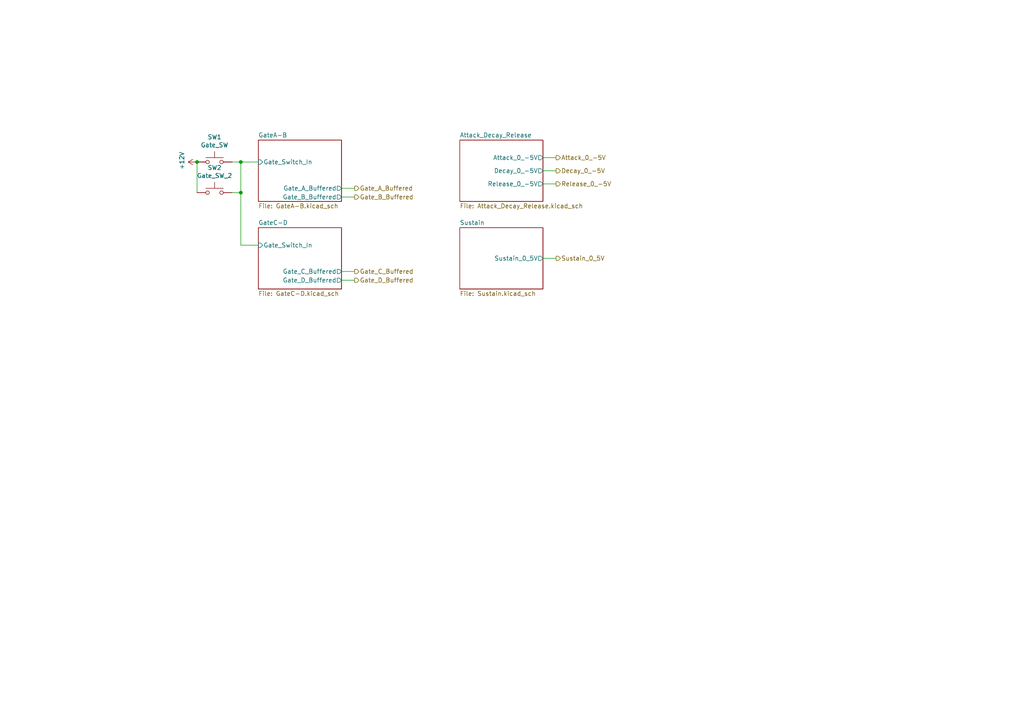
<source format=kicad_sch>
(kicad_sch (version 20211123) (generator eeschema)
  (paper "A4")
  (title_block (title "Polyphonic Envelope") (date "2022-01-02") (rev "1.0"))
  (lib_symbols
    (symbol "Switch:SW_Push" (pin_numbers hide) (pin_names (offset 1.016) hide)
      (property "Reference" "SW" (at 1.27 2.54 0))
      (property "Value" "SW_Push" (at 0 -1.524 0))
      (symbol "SW_Push_0_1"
        (circle (center -2.032 0) (radius 0.508))
        (polyline (pts (xy 0 1.27) (xy 0 3.048)))
        (polyline (pts (xy 2.54 1.27) (xy -2.54 1.27)))
        (circle (center 2.032 0) (radius 0.508))
        (pin passive line (at -5.08 0 0) (length 2.54) (name "1") (number "1"))
        (pin passive line (at 5.08 0 180) (length 2.54) (name "2") (number "2"))
      )
    )
    (symbol "power:+12V" (power) (pin_names (offset 0))
      (property "Value" "+12V" (at 0 3.556 0))
      (symbol "+12V_0_1"
        (polyline (pts (xy -0.762 1.27) (xy 0 2.54)))
        (polyline (pts (xy 0 0) (xy 0 2.54)))
        (polyline (pts (xy 0 2.54) (xy 0.762 1.27)))
      )
      (symbol "+12V_1_1"
        (pin power_in line (at 0 0 90) (length 0) hide (name "+12V") (number "1"))
      )
    )
  )
  (junction (at 57.15 46.99))
  (junction (at 69.85 46.99))
  (junction (at 69.85 55.88))
  (wire (pts (xy 99.06 78.74) (xy 102.87 78.74)))
  (wire (pts (xy 157.48 45.72) (xy 161.29 45.72)))
  (wire (pts (xy 157.48 74.93) (xy 161.29 74.93)))
  (wire (pts (xy 157.48 53.34) (xy 161.29 53.34)))
  (wire (pts (xy 69.85 71.12) (xy 74.93 71.12)))
  (wire (pts (xy 69.85 46.99) (xy 69.85 55.88)))
  (wire (pts (xy 99.06 54.61) (xy 102.87 54.61)))
  (wire (pts (xy 57.15 46.99) (xy 57.15 55.88)))
  (wire (pts (xy 67.31 55.88) (xy 69.85 55.88)))
  (wire (pts (xy 67.31 46.99) (xy 69.85 46.99)))
  (wire (pts (xy 69.85 55.88) (xy 69.85 71.12)))
  (wire (pts (xy 102.87 57.15) (xy 99.06 57.15)))
  (wire (pts (xy 99.06 81.28) (xy 102.87 81.28)))
  (wire (pts (xy 157.48 49.53) (xy 161.29 49.53)))
  (wire (pts (xy 69.85 46.99) (xy 74.93 46.99)))
  (hierarchical_label "Gate_C_Buffered" (shape output) (at 102.87 78.74 0))
  (hierarchical_label "Decay_0_-5V" (shape output) (at 161.29 49.53 0))
  (hierarchical_label "Attack_0_-5V" (shape output) (at 161.29 45.72 0))
  (hierarchical_label "Gate_A_Buffered" (shape output) (at 102.87 54.61 0))
  (hierarchical_label "Release_0_-5V" (shape output) (at 161.29 53.34 0))
  (hierarchical_label "Sustain_0_5V" (shape output) (at 161.29 74.93 0))
  (hierarchical_label "Gate_B_Buffered" (shape output) (at 102.87 57.15 0))
  (hierarchical_label "Gate_D_Buffered" (shape output) (at 102.87 81.28 0))
  (symbol (lib_id "Switch:SW_Push") (at 62.23 46.99 0) (unit 1)
    (property "Reference" "SW1" (at 62.23 39.751 0))
    (property "Value" "Gate_SW" (at 62.23 42.0624 0))
    (property "Footprint" "Button_Switch_THT:SW_PUSH_6mm_H13mm" (effects hide))
  )
  (symbol (lib_id "power:+12V") (at 57.15 46.99 90) (unit 1)
    (property "Reference" "#PWR015" (effects hide))
    (property "Value" "+12V" (at 52.7558 46.609 0))
  )
  (symbol (lib_id "Switch:SW_Push") (at 62.23 55.88 0) (unit 1)
    (property "Reference" "SW2" (at 62.23 48.641 0))
    (property "Value" "Gate_SW_2" (at 62.23 50.9524 0))
    (property "Footprint" "My Stuff:SW_PS1024ALRED" (effects hide))
  )
  (sheet (at 74.93 40.64) (size 24.13 17.78)
    (property "Sheet name" "GateA-B" (at 74.93 39.9284 0) (effects (justify left bottom)))
    (property "Sheet file" "GateA-B.kicad_sch" (at 74.93 59.0046 0) (effects (justify left top)))
    (pin "Gate_A_Buffered" output (at 99.06 54.61 0))
    (pin "Gate_Switch_In" input (at 74.93 46.99 180))
    (pin "Gate_B_Buffered" output (at 99.06 57.15 0))
  )
  (sheet (at 74.93 66.04) (size 24.13 17.78)
    (property "Sheet name" "GateC-D" (at 74.93 65.3284 0) (effects (justify left bottom)))
    (property "Sheet file" "GateC-D.kicad_sch" (at 74.93 84.4046 0) (effects (justify left top)))
    (pin "Gate_C_Buffered" output (at 99.06 78.74 0))
    (pin "Gate_Switch_In" input (at 74.93 71.12 180))
    (pin "Gate_D_Buffered" output (at 99.06 81.28 0))
  )
  (sheet (at 133.35 40.64) (size 24.13 17.78)
    (property "Sheet name" "Attack_Decay_Release" (at 133.35 39.9284 0) (effects (justify left bottom)))
    (property "Sheet file" "Attack_Decay_Release.kicad_sch" (at 133.35 59.0046 0) (effects (justify left top)))
    (pin "Decay_0_-5V" output (at 157.48 49.53 0))
    (pin "Attack_0_-5V" output (at 157.48 45.72 0))
    (pin "Release_0_-5V" output (at 157.48 53.34 0))
  )
  (sheet (at 133.35 66.04) (size 24.13 17.78)
    (property "Sheet name" "Sustain" (at 133.35 65.3284 0) (effects (justify left bottom)))
    (property "Sheet file" "Sustain.kicad_sch" (at 133.35 84.4046 0) (effects (justify left top)))
    (pin "Sustain_0_5V" output (at 157.48 74.93 0))
  )
)
</source>
